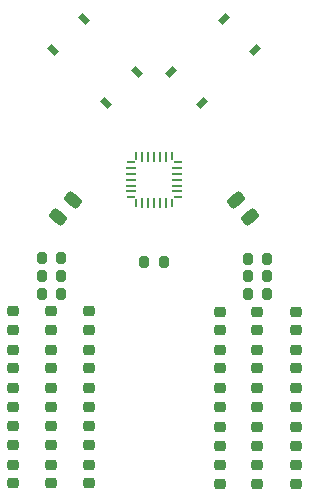
<source format=gbr>
%TF.GenerationSoftware,KiCad,Pcbnew,8.0.3*%
%TF.CreationDate,2024-08-14T20:25:55-04:00*%
%TF.ProjectId,KarmothDiceRoller_V1,4b61726d-6f74-4684-9469-6365526f6c6c,rev?*%
%TF.SameCoordinates,Original*%
%TF.FileFunction,Soldermask,Top*%
%TF.FilePolarity,Negative*%
%FSLAX46Y46*%
G04 Gerber Fmt 4.6, Leading zero omitted, Abs format (unit mm)*
G04 Created by KiCad (PCBNEW 8.0.3) date 2024-08-14 20:25:55*
%MOMM*%
%LPD*%
G01*
G04 APERTURE LIST*
G04 Aperture macros list*
%AMRoundRect*
0 Rectangle with rounded corners*
0 $1 Rounding radius*
0 $2 $3 $4 $5 $6 $7 $8 $9 X,Y pos of 4 corners*
0 Add a 4 corners polygon primitive as box body*
4,1,4,$2,$3,$4,$5,$6,$7,$8,$9,$2,$3,0*
0 Add four circle primitives for the rounded corners*
1,1,$1+$1,$2,$3*
1,1,$1+$1,$4,$5*
1,1,$1+$1,$6,$7*
1,1,$1+$1,$8,$9*
0 Add four rect primitives between the rounded corners*
20,1,$1+$1,$2,$3,$4,$5,0*
20,1,$1+$1,$4,$5,$6,$7,0*
20,1,$1+$1,$6,$7,$8,$9,0*
20,1,$1+$1,$8,$9,$2,$3,0*%
%AMRotRect*
0 Rectangle, with rotation*
0 The origin of the aperture is its center*
0 $1 length*
0 $2 width*
0 $3 Rotation angle, in degrees counterclockwise*
0 Add horizontal line*
21,1,$1,$2,0,0,$3*%
%AMFreePoly0*
4,1,14,0.230680,0.111820,0.364320,-0.021820,0.377500,-0.053640,0.377500,-0.080000,0.364320,-0.111820,0.332500,-0.125000,-0.332500,-0.125000,-0.364320,-0.111820,-0.377500,-0.080000,-0.377500,0.080000,-0.364320,0.111820,-0.332500,0.125000,0.198860,0.125000,0.230680,0.111820,0.230680,0.111820,$1*%
%AMFreePoly1*
4,1,14,0.364320,0.111820,0.377500,0.080000,0.377500,0.053640,0.364320,0.021820,0.230680,-0.111820,0.198860,-0.125000,-0.332500,-0.125000,-0.364320,-0.111820,-0.377500,-0.080000,-0.377500,0.080000,-0.364320,0.111820,-0.332500,0.125000,0.332500,0.125000,0.364320,0.111820,0.364320,0.111820,$1*%
%AMFreePoly2*
4,1,14,0.111820,0.364320,0.125000,0.332500,0.125000,-0.332500,0.111820,-0.364320,0.080000,-0.377500,-0.080000,-0.377500,-0.111820,-0.364320,-0.125000,-0.332500,-0.125000,0.198860,-0.111820,0.230680,0.021820,0.364320,0.053640,0.377500,0.080000,0.377500,0.111820,0.364320,0.111820,0.364320,$1*%
%AMFreePoly3*
4,1,14,-0.021820,0.364320,0.111820,0.230680,0.125000,0.198860,0.125000,-0.332500,0.111820,-0.364320,0.080000,-0.377500,-0.080000,-0.377500,-0.111820,-0.364320,-0.125000,-0.332500,-0.125000,0.332500,-0.111820,0.364320,-0.080000,0.377500,-0.053640,0.377500,-0.021820,0.364320,-0.021820,0.364320,$1*%
%AMFreePoly4*
4,1,14,0.364320,0.111820,0.377500,0.080000,0.377500,-0.080000,0.364320,-0.111820,0.332500,-0.125000,-0.198860,-0.125000,-0.230680,-0.111820,-0.364320,0.021820,-0.377500,0.053640,-0.377500,0.080000,-0.364320,0.111820,-0.332500,0.125000,0.332500,0.125000,0.364320,0.111820,0.364320,0.111820,$1*%
%AMFreePoly5*
4,1,14,0.364320,0.111820,0.377500,0.080000,0.377500,-0.080000,0.364320,-0.111820,0.332500,-0.125000,-0.332500,-0.125000,-0.364320,-0.111820,-0.377500,-0.080000,-0.377500,-0.053640,-0.364320,-0.021820,-0.230680,0.111820,-0.198860,0.125000,0.332500,0.125000,0.364320,0.111820,0.364320,0.111820,$1*%
%AMFreePoly6*
4,1,14,0.111820,0.364320,0.125000,0.332500,0.125000,-0.198860,0.111820,-0.230680,-0.021820,-0.364320,-0.053640,-0.377500,-0.080000,-0.377500,-0.111820,-0.364320,-0.125000,-0.332500,-0.125000,0.332500,-0.111820,0.364320,-0.080000,0.377500,0.080000,0.377500,0.111820,0.364320,0.111820,0.364320,$1*%
%AMFreePoly7*
4,1,14,0.111820,0.364320,0.125000,0.332500,0.125000,-0.332500,0.111820,-0.364320,0.080000,-0.377500,0.053640,-0.377500,0.021820,-0.364320,-0.111820,-0.230680,-0.125000,-0.198860,-0.125000,0.332500,-0.111820,0.364320,-0.080000,0.377500,0.080000,0.377500,0.111820,0.364320,0.111820,0.364320,$1*%
G04 Aperture macros list end*
%ADD10RotRect,0.952500X0.558800X135.000000*%
%ADD11RotRect,0.952500X0.558800X225.000000*%
%ADD12RoundRect,0.200000X-0.200000X-0.275000X0.200000X-0.275000X0.200000X0.275000X-0.200000X0.275000X0*%
%ADD13RoundRect,0.200000X0.200000X0.275000X-0.200000X0.275000X-0.200000X-0.275000X0.200000X-0.275000X0*%
%ADD14FreePoly0,0.000000*%
%ADD15RoundRect,0.062500X-0.375000X-0.062500X0.375000X-0.062500X0.375000X0.062500X-0.375000X0.062500X0*%
%ADD16FreePoly1,0.000000*%
%ADD17FreePoly2,0.000000*%
%ADD18RoundRect,0.062500X-0.062500X-0.375000X0.062500X-0.375000X0.062500X0.375000X-0.062500X0.375000X0*%
%ADD19FreePoly3,0.000000*%
%ADD20FreePoly4,0.000000*%
%ADD21FreePoly5,0.000000*%
%ADD22FreePoly6,0.000000*%
%ADD23FreePoly7,0.000000*%
%ADD24RoundRect,0.218750X0.256250X-0.218750X0.256250X0.218750X-0.256250X0.218750X-0.256250X-0.218750X0*%
%ADD25RoundRect,0.250000X0.524568X0.113813X0.203174X0.496835X-0.524568X-0.113813X-0.203174X-0.496835X0*%
%ADD26RoundRect,0.250000X-0.203174X0.496835X-0.524568X0.113813X0.203174X-0.496835X0.524568X-0.113813X0*%
G04 APERTURE END LIST*
D10*
%TO.C,BTN2*%
X90938437Y-69060672D03*
X86439328Y-64561563D03*
X93560672Y-66438437D03*
X89061563Y-61939328D03*
%TD*%
D11*
%TO.C,BTN1*%
X103560672Y-64561563D03*
X99061563Y-69060672D03*
X100938437Y-61939328D03*
X96439328Y-66438437D03*
%TD*%
D12*
%TO.C,R7*%
X102925000Y-82250000D03*
X104575000Y-82250000D03*
%TD*%
%TO.C,R6*%
X102925000Y-83750000D03*
X104575000Y-83750000D03*
%TD*%
%TO.C,R5*%
X102925000Y-85250000D03*
X104575000Y-85250000D03*
%TD*%
D13*
%TO.C,R4*%
X87150000Y-85250000D03*
X85500000Y-85250000D03*
%TD*%
%TO.C,R3*%
X87150000Y-83750000D03*
X85500000Y-83750000D03*
%TD*%
%TO.C,R2*%
X87150000Y-82200000D03*
X85500000Y-82200000D03*
%TD*%
D12*
%TO.C,R1*%
X94175000Y-82500000D03*
X95825000Y-82500000D03*
%TD*%
D14*
%TO.C,U1*%
X93002500Y-74062500D03*
D15*
X93062500Y-74562500D03*
X93062500Y-75062500D03*
X93062500Y-75562500D03*
X93062500Y-76062500D03*
X93062500Y-76562500D03*
D16*
X93002500Y-77062500D03*
D17*
X93500000Y-77560000D03*
D18*
X94000000Y-77500000D03*
X94500000Y-77500000D03*
X95000000Y-77500000D03*
X95500000Y-77500000D03*
X96000000Y-77500000D03*
D19*
X96500000Y-77560000D03*
D20*
X96997500Y-77062500D03*
D15*
X96937500Y-76562500D03*
X96937500Y-76062500D03*
X96937500Y-75562500D03*
X96937500Y-75062500D03*
X96937500Y-74562500D03*
D21*
X96997500Y-74062500D03*
D22*
X96500000Y-73565000D03*
D18*
X96000000Y-73625000D03*
X95500000Y-73625000D03*
X95000000Y-73625000D03*
X94500000Y-73625000D03*
X94000000Y-73625000D03*
D23*
X93500000Y-73565000D03*
%TD*%
D24*
%TO.C,D30*%
X107000000Y-101325000D03*
X107000000Y-99750000D03*
%TD*%
%TO.C,D29*%
X107000000Y-98075000D03*
X107000000Y-96500000D03*
%TD*%
%TO.C,D28*%
X107000000Y-94787500D03*
X107000000Y-93212500D03*
%TD*%
%TO.C,D27*%
X107000000Y-91537500D03*
X107000000Y-89962500D03*
%TD*%
%TO.C,D26*%
X107000000Y-88325000D03*
X107000000Y-86750000D03*
%TD*%
%TO.C,D25*%
X103750000Y-101325000D03*
X103750000Y-99750000D03*
%TD*%
%TO.C,D24*%
X103750000Y-98075000D03*
X103750000Y-96500000D03*
%TD*%
%TO.C,D23*%
X103750000Y-94787500D03*
X103750000Y-93212500D03*
%TD*%
%TO.C,D22*%
X103750000Y-91537500D03*
X103750000Y-89962500D03*
%TD*%
%TO.C,D21*%
X103750000Y-88325000D03*
X103750000Y-86750000D03*
%TD*%
%TO.C,D20*%
X100537500Y-101325000D03*
X100537500Y-99750000D03*
%TD*%
%TO.C,D19*%
X100537500Y-98075000D03*
X100537500Y-96500000D03*
%TD*%
%TO.C,D18*%
X100537500Y-94787500D03*
X100537500Y-93212500D03*
%TD*%
%TO.C,D17*%
X100537500Y-91537500D03*
X100537500Y-89962500D03*
%TD*%
%TO.C,D16*%
X100537500Y-88325000D03*
X100537500Y-86750000D03*
%TD*%
%TO.C,D15*%
X89509176Y-101287500D03*
X89509176Y-99712500D03*
%TD*%
%TO.C,D14*%
X89509176Y-98037500D03*
X89509176Y-96462500D03*
%TD*%
%TO.C,D13*%
X89509176Y-94787500D03*
X89509176Y-93212500D03*
%TD*%
%TO.C,D12*%
X89509176Y-91537500D03*
X89509176Y-89962500D03*
%TD*%
%TO.C,D11*%
X89509176Y-88287500D03*
X89509176Y-86712500D03*
%TD*%
%TO.C,D10*%
X86250000Y-101287500D03*
X86250000Y-99712500D03*
%TD*%
%TO.C,D9*%
X86250000Y-96462500D03*
X86250000Y-98037500D03*
%TD*%
%TO.C,D8*%
X86250000Y-93212500D03*
X86250000Y-94787500D03*
%TD*%
%TO.C,D7*%
X86250000Y-89962500D03*
X86250000Y-91537500D03*
%TD*%
%TO.C,D6*%
X86250000Y-88287500D03*
X86250000Y-86712500D03*
%TD*%
%TO.C,D5*%
X83046676Y-101287500D03*
X83046676Y-99712500D03*
%TD*%
%TO.C,D4*%
X83046676Y-98037500D03*
X83046676Y-96462500D03*
%TD*%
%TO.C,D3*%
X83046676Y-94787500D03*
X83046676Y-93212500D03*
%TD*%
%TO.C,D2*%
X83046676Y-91537500D03*
X83046676Y-89962500D03*
%TD*%
%TO.C,D1*%
X83046676Y-88287500D03*
X83046676Y-86712500D03*
%TD*%
D25*
%TO.C,C2*%
X103110648Y-78727742D03*
X101889352Y-77272258D03*
%TD*%
D26*
%TO.C,C1*%
X88110648Y-77272258D03*
X86889352Y-78727742D03*
%TD*%
M02*

</source>
